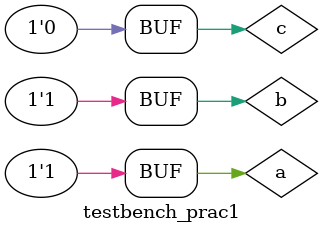
<source format=v>
module prac1 (f1, f2, f3, f4, f5, f7, a, b, c);
 
input a, b, c;
output f1, f2, f3, f4, f5, f7;
wire w1, w2, w3, w4, w5, w6, w7, w8;

and a1(f1, a, b);

and a2(f2, a, c);

and a3(w1, b, c);
or o1(w2, w1, f1);
or o2(f3, w2, f2);

not n1(w3, a);
and a4(w4, w3, b);
or o3(f4, w4, f2);

not n2(w5, c);
and a5(w6, b, w5);
or o4(f5, a, w6);

not n3(w7, b);
and a6(w8, w3, w7);
and a7(f7, w8, c);

endmodule

// Most. Sabrina Naorin Sumona
// ID 181472565

module testbench_prac1;

reg a, b, c;
wire f1, f2, f3, f4, f5, f7;
prac1 f(f1, f2, f3, f4, f5, f7, a, b, c);
initial 
begin
a = 1'b0; b = 1'b0; c = 1'b0;
#10; a = 1'b0; b = 1'b0; c = 1'b1;
#10; a = 1'b0; b = 1'b1; c = 1'b0;
#10; a = 1'b0; b = 1'b1; c = 1'b1;
#10; a = 1'b1; b = 1'b0; c = 1'b0;
#10; a = 1'b1; b = 1'b0; c = 1'b1;
#10; a = 1'b1; b = 1'b1; c = 1'b0;
end

endmodule

</source>
